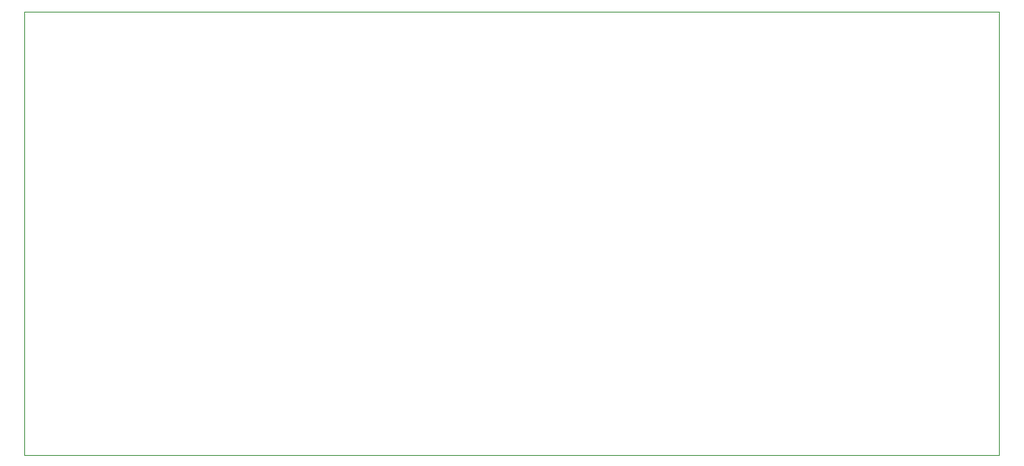
<source format=gbr>
%TF.GenerationSoftware,KiCad,Pcbnew,8.0.4*%
%TF.CreationDate,2024-09-25T20:52:31-04:00*%
%TF.ProjectId,power_supply,706f7765-725f-4737-9570-706c792e6b69,rev?*%
%TF.SameCoordinates,Original*%
%TF.FileFunction,Profile,NP*%
%FSLAX46Y46*%
G04 Gerber Fmt 4.6, Leading zero omitted, Abs format (unit mm)*
G04 Created by KiCad (PCBNEW 8.0.4) date 2024-09-25 20:52:31*
%MOMM*%
%LPD*%
G01*
G04 APERTURE LIST*
%TA.AperFunction,Profile*%
%ADD10C,0.050000*%
%TD*%
G04 APERTURE END LIST*
D10*
X56134000Y-61468000D02*
X161544000Y-61468000D01*
X161544000Y-109474000D01*
X56134000Y-109474000D01*
X56134000Y-61468000D01*
M02*

</source>
